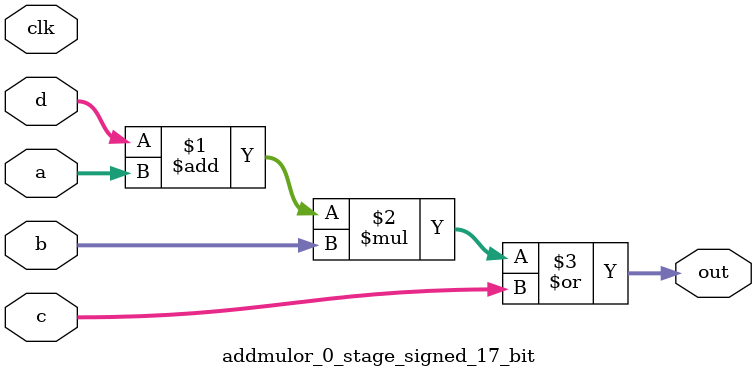
<source format=sv>
(* use_dsp = "yes" *) module addmulor_0_stage_signed_17_bit(
	input signed [16:0] a,
	input signed [16:0] b,
	input signed [16:0] c,
	input signed [16:0] d,
	output [16:0] out,
	input clk);

	assign out = ((d + a) * b) | c;
endmodule

</source>
